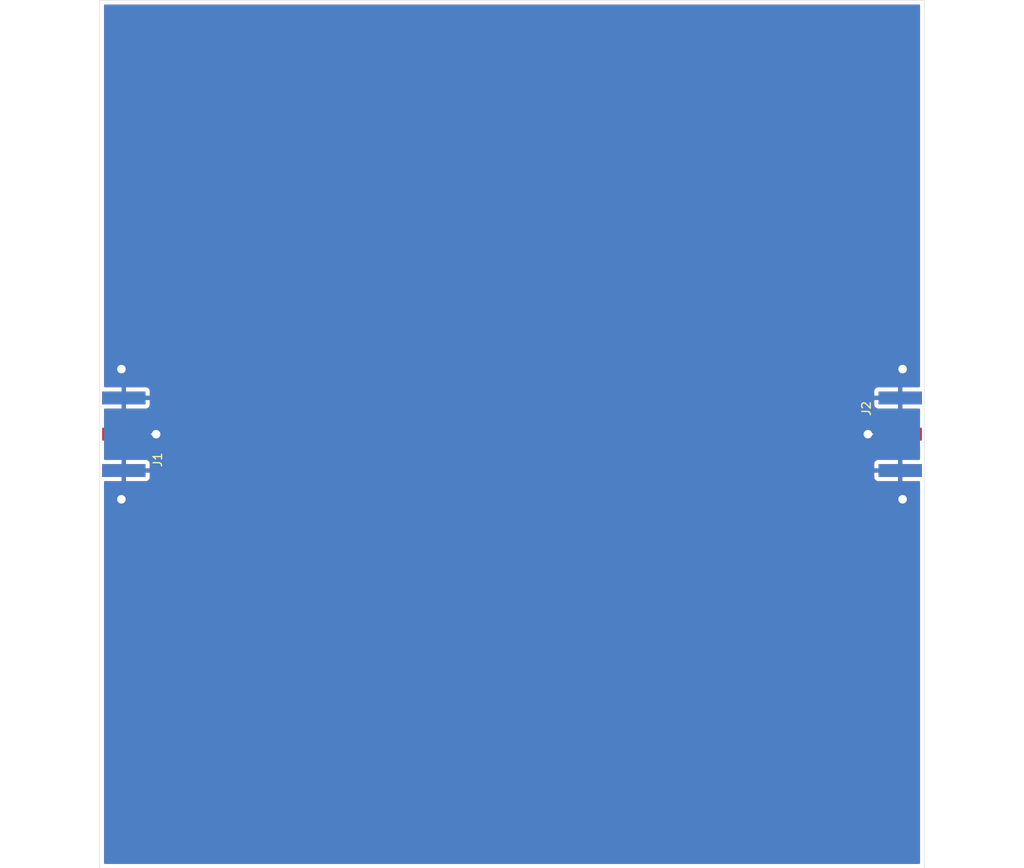
<source format=kicad_pcb>
(kicad_pcb (version 20240108) (generator "pcbnew") (generator_version "8.0")
  (layers (0 "F.Cu" signal) (1 "In1.Cu" signal) (2 "In2.Cu" signal) (31 "B.Cu" signal) (34 "B.Paste" user) (35 "F.Paste" user) (36 "B.SilkS" user "B.Silkscreen") (37 "F.SilkS" user "F.Silkscreen") (38 "B.Mask" user) (39 "F.Mask" user) (44 "Edge.Cuts" user))
  (net 0 "")
  (net 1 "GND")
  (net 2 "Net-(J1-In)")
  (footprint "Connector_Coaxial:SMA_Amphenol_132289_EdgeMount" (layer "F.Cu") (at 106.9625 101.6 180)
    (property "Reference" "J1" (at -3.96 -3 270) (layer "F.SilkS"))
    (property "Value" "Conn_Coaxial")
    (fp_line (start -3.21 0) (end -3.71 -0.25) (stroke (width 0.12)) (layer "F.SilkS"))
    (fp_line (start -3.71 0.25) (end -3.21 0) (stroke (width 0.12)) (layer "F.SilkS"))
    (fp_line (start -3.71 -0.25) (end -3.71 0.25) (stroke (width 0.12)) (layer "F.SilkS"))
    (pad "1" smd rect (at 0 0 270) (size 1.5 5.08) (layers "F.Cu" "F.Paste" "F.Mask") (net 2 "Net-(J1-In)"))
    (pad "2" smd rect (at 0 -4.25 270) (size 1.5 5.08) (layers "F.Cu" "F.Paste" "F.Mask") (net 1 "GND"))
    (pad "2" smd rect (at 0 -4.25 270) (size 1.5 5.08) (layers "B.Cu" "B.Paste" "B.Mask") (net 1 "GND"))
    (pad "2" smd rect (at 0 4.25 270) (size 1.5 5.08) (layers "F.Cu" "F.Paste" "F.Mask") (net 1 "GND"))
    (pad "2" smd rect (at 0 4.25 270) (size 1.5 5.08) (layers "B.Cu" "B.Paste" "B.Mask") (net 1 "GND"))
  )
  (footprint "Connector_Coaxial:SMA_Amphenol_132289_EdgeMount" (layer "F.Cu") (at 197.8375 101.6)
    (property "Reference" "J2" (at -3.96 -3 90) (layer "F.SilkS"))
    (property "Value" "Conn_Coaxial")
    (fp_line (start -3.71 -0.25) (end -3.71 0.25) (stroke (width 0.12)) (layer "F.SilkS"))
    (fp_line (start -3.71 0.25) (end -3.21 0) (stroke (width 0.12)) (layer "F.SilkS"))
    (fp_line (start -3.21 0) (end -3.71 -0.25) (stroke (width 0.12)) (layer "F.SilkS"))
    (pad "1" smd rect (at 0 0 90) (size 1.5 5.08) (layers "F.Cu" "F.Paste" "F.Mask") (net 2 "Net-(J1-In)"))
    (pad "2" smd rect (at 0 -4.25 90) (size 1.5 5.08) (layers "F.Cu" "F.Paste" "F.Mask") (net 1 "GND"))
    (pad "2" smd rect (at 0 -4.25 90) (size 1.5 5.08) (layers "B.Cu" "B.Paste" "B.Mask") (net 1 "GND"))
    (pad "2" smd rect (at 0 4.25 90) (size 1.5 5.08) (layers "F.Cu" "F.Paste" "F.Mask") (net 1 "GND"))
    (pad "2" smd rect (at 0 4.25 90) (size 1.5 5.08) (layers "B.Cu" "B.Paste" "B.Mask") (net 1 "GND"))
  )
  (gr_rect (start 104.14 50.8) (end 200.66 152.4) (stroke (width 0.05)) (fill none) (layer "Edge.Cuts"))
  (gr_text "I didn't calculate the dimensions to match the impedance anyhow.\nI originally designed this layout just to test 4-layer board imports\nand buried/blind vias." (at 114.3 85.09 0) (layer "F.Cu") (effects (font (size 1.5 1.5) (thickness 0.3) (bold yes)) (justify left bottom)))
  (via (at 198.12 93.98) (size 2) (drill 1) (layers "F.Cu" "B.Cu") (net 1))
  (via (at 106.68 93.98) (size 2) (drill 1) (layers "F.Cu" "B.Cu") (net 1))
  (via (at 106.68 109.22) (size 2) (drill 1) (layers "F.Cu" "B.Cu") (net 1))
  (via (at 198.12 109.22) (size 2) (drill 1) (layers "F.Cu" "B.Cu") (net 1))
  (segment (start 197.8375 101.6) (end 194.31 101.6) (width 1) (layer "F.Cu") (net 2))
  (segment (start 110.744 101.6) (end 106.9625 101.6) (width 1) (layer "F.Cu") (net 2))
  (via blind (at 194.056 101.6) (size 2) (drill 1) (layers "F.Cu" "In2.Cu") (net 2))
  (via blind (at 110.744 101.6) (size 2) (drill 1) (layers "F.Cu" "In2.Cu") (net 2))
  (zone (net 1) (net_name "GND") (layer "F.Cu") (connect_pads (clearance 0.5)) (min_thickness 0.25) (fill yes (thermal_gap 0.5) (thermal_bridge_width 0.5) (island_removal_mode 1) (island_area_min 10))
    (polygon (pts (xy 104.14 50.8) (xy 200.66 50.8) (xy 200.66 152.4) (xy 104.14 152.4)))
  )
  (zone (net 1) (net_name "GND") (layer "B.Cu") (priority 1) (connect_pads (clearance 0.5)) (min_thickness 0.25) (fill yes (thermal_gap 0.5) (thermal_bridge_width 0.5) (island_removal_mode 1) (island_area_min 10))
    (polygon (pts (xy 104.14 50.8) (xy 200.66 50.8) (xy 200.66 152.4) (xy 104.14 152.4)))
  )
)
</source>
